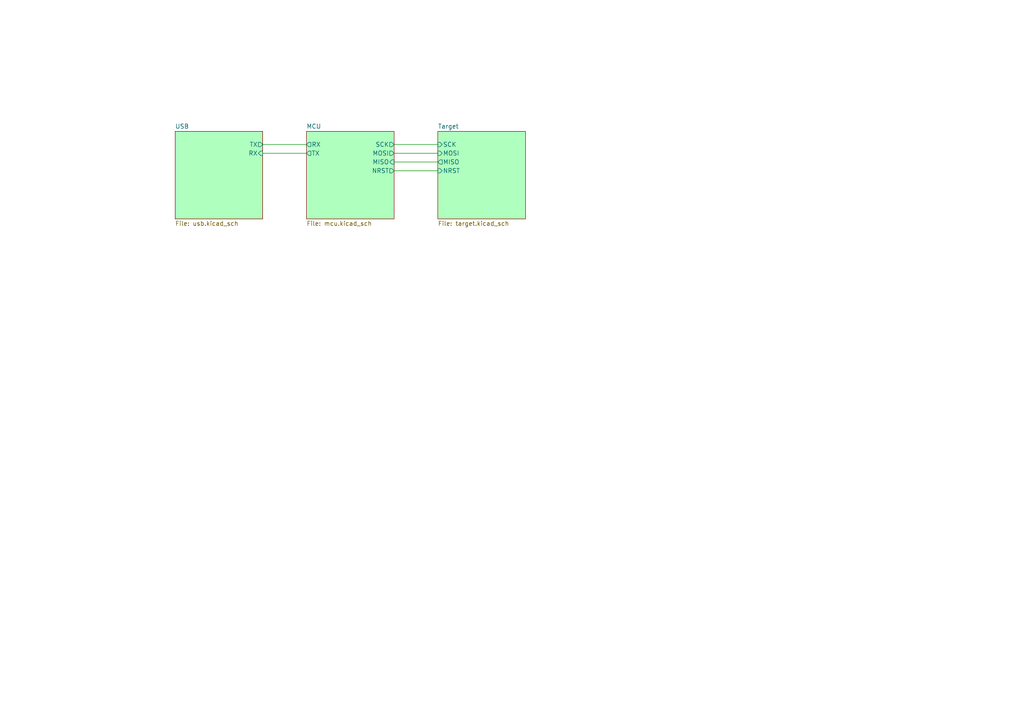
<source format=kicad_sch>
(kicad_sch (version 20230121) (generator eeschema)

  (uuid 5952f252-dd2a-4213-9849-5d3ec960c0f2)

  (paper "A4")

  (lib_symbols
  )


  (wire (pts (xy 114.3 46.99) (xy 127 46.99))
    (stroke (width 0) (type default))
    (uuid 24b2ecfe-bcc0-4543-a158-adcd64cc3557)
  )
  (wire (pts (xy 76.2 44.45) (xy 88.9 44.45))
    (stroke (width 0) (type default))
    (uuid 29018887-b4ae-493b-a2cf-164f02091a4b)
  )
  (wire (pts (xy 114.3 41.91) (xy 127 41.91))
    (stroke (width 0) (type default))
    (uuid 61414e7d-ef5c-4420-9f5b-c1d8b00cdbc5)
  )
  (wire (pts (xy 114.3 44.45) (xy 127 44.45))
    (stroke (width 0) (type default))
    (uuid 627bae6f-53b8-4967-81ec-e9ebb5351675)
  )
  (wire (pts (xy 76.2 41.91) (xy 88.9 41.91))
    (stroke (width 0) (type default))
    (uuid 7537fa81-e7b3-4d0c-888c-f3e6bacfde6b)
  )
  (wire (pts (xy 114.3 49.53) (xy 127 49.53))
    (stroke (width 0) (type default))
    (uuid a619f57b-a2a8-4263-bc39-41f2f8619c12)
  )

  (sheet (at 127 38.1) (size 25.4 25.4) (fields_autoplaced)
    (stroke (width 0.1524) (type solid))
    (fill (color 175 255 191 1.0000))
    (uuid 503087ff-ef98-4ee3-b2a9-012004e0bc0f)
    (property "Sheetname" "Target" (at 127 37.3884 0)
      (effects (font (size 1.27 1.27)) (justify left bottom))
    )
    (property "Sheetfile" "target.kicad_sch" (at 127 64.0846 0)
      (effects (font (size 1.27 1.27)) (justify left top))
    )
    (pin "SCK" input (at 127 41.91 180)
      (effects (font (size 1.27 1.27)) (justify left))
      (uuid e5cc458d-40f7-4526-ac16-abebb8b0c858)
    )
    (pin "MISO" output (at 127 46.99 180)
      (effects (font (size 1.27 1.27)) (justify left))
      (uuid 576a1762-388e-4c65-8345-2b658eeed6e4)
    )
    (pin "MOSI" input (at 127 44.45 180)
      (effects (font (size 1.27 1.27)) (justify left))
      (uuid c516bf13-2a22-47e9-b2f2-31b6d1391570)
    )
    (pin "NRST" input (at 127 49.53 180)
      (effects (font (size 1.27 1.27)) (justify left))
      (uuid ab49d144-8bb7-4080-909f-f946256f96c3)
    )
    (instances
      (project "ICSP-Programmer-HW"
        (path "/5952f252-dd2a-4213-9849-5d3ec960c0f2" (page "4"))
      )
    )
  )

  (sheet (at 50.8 38.1) (size 25.4 25.4) (fields_autoplaced)
    (stroke (width 0.1524) (type solid))
    (fill (color 175 255 191 1.0000))
    (uuid a39b1137-3f68-4cc6-8656-a3e012cc2b43)
    (property "Sheetname" "USB" (at 50.8 37.3884 0)
      (effects (font (size 1.27 1.27)) (justify left bottom))
    )
    (property "Sheetfile" "usb.kicad_sch" (at 50.8 64.0846 0)
      (effects (font (size 1.27 1.27)) (justify left top))
    )
    (pin "RX" input (at 76.2 44.45 0)
      (effects (font (size 1.27 1.27)) (justify right))
      (uuid 10e92d2f-2331-4392-9be4-6b0cc430613d)
    )
    (pin "TX" output (at 76.2 41.91 0)
      (effects (font (size 1.27 1.27)) (justify right))
      (uuid 1b9f9844-c00e-4475-adb4-d2c6de7533cc)
    )
    (instances
      (project "ICSP-Programmer-HW"
        (path "/5952f252-dd2a-4213-9849-5d3ec960c0f2" (page "2"))
      )
    )
  )

  (sheet (at 88.9 38.1) (size 25.4 25.4) (fields_autoplaced)
    (stroke (width 0.1524) (type solid))
    (fill (color 175 255 191 1.0000))
    (uuid c520841e-c77f-4c7f-8e64-5a062111fbe9)
    (property "Sheetname" "MCU" (at 88.9 37.3884 0)
      (effects (font (size 1.27 1.27)) (justify left bottom))
    )
    (property "Sheetfile" "mcu.kicad_sch" (at 88.9 64.0846 0)
      (effects (font (size 1.27 1.27)) (justify left top))
    )
    (pin "TX" output (at 88.9 44.45 180)
      (effects (font (size 1.27 1.27)) (justify left))
      (uuid 0c756147-6e17-40af-90ee-a5678e675d60)
    )
    (pin "RX" output (at 88.9 41.91 180)
      (effects (font (size 1.27 1.27)) (justify left))
      (uuid 376bb20d-a2e3-48db-9c1f-8b167f7acb76)
    )
    (pin "SCK" output (at 114.3 41.91 0)
      (effects (font (size 1.27 1.27)) (justify right))
      (uuid 938a65d8-4f59-4254-b112-e5a23c311183)
    )
    (pin "MOSI" output (at 114.3 44.45 0)
      (effects (font (size 1.27 1.27)) (justify right))
      (uuid 83af6c19-0d80-42be-853c-cf94a51f7016)
    )
    (pin "NRST" output (at 114.3 49.53 0)
      (effects (font (size 1.27 1.27)) (justify right))
      (uuid e76a06f2-21cd-4019-a548-0ed3c0989ef4)
    )
    (pin "MISO" input (at 114.3 46.99 0)
      (effects (font (size 1.27 1.27)) (justify right))
      (uuid bf786bdb-50fe-48e3-898d-8c8d4b205fbc)
    )
    (instances
      (project "ICSP-Programmer-HW"
        (path "/5952f252-dd2a-4213-9849-5d3ec960c0f2" (page "3"))
      )
    )
  )

  (sheet_instances
    (path "/" (page "1"))
  )
)

</source>
